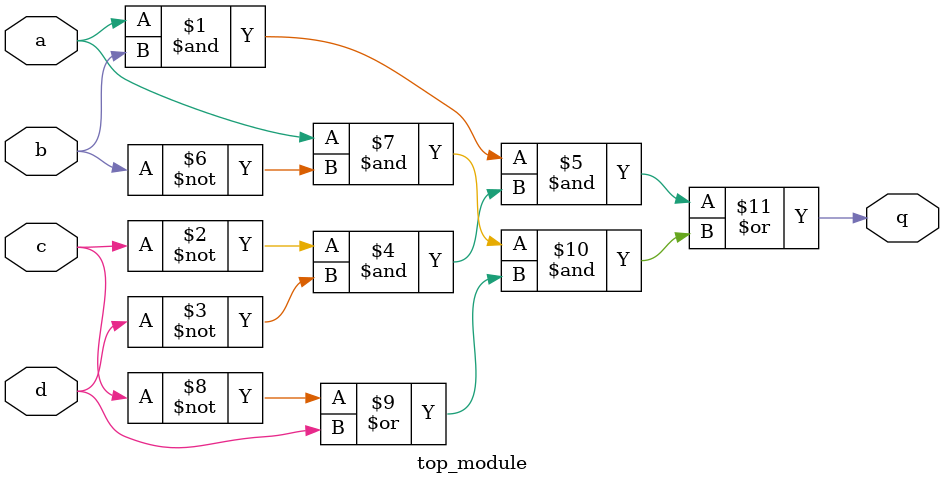
<source format=sv>
module top_module (
	input a, 
	input b, 
	input c, 
	input d,
	output q
);

	// assign output q based on input signals a, b, c, and d
	assign q = (a & b & (~c & ~d)) | (a & ~b & (~c | d));
	
endmodule

</source>
